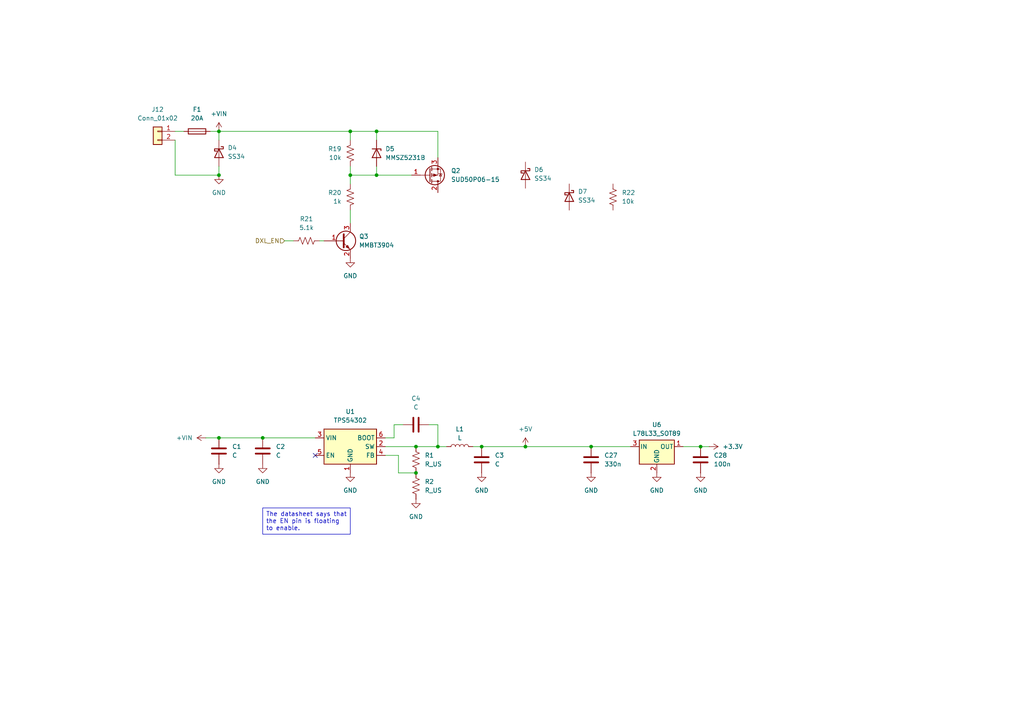
<source format=kicad_sch>
(kicad_sch (version 20231120) (generator "eeschema") (generator_version "8.0")
  (paper "A4")
  (lib_symbols
    (symbol "Connector_Generic:Conn_01x02" (pin_names (offset 1.016) hide)
      (property "Reference" "J" (at 0 2.54 0))
      (property "Value" "Conn_01x02" (at 0 -5.08 0))
      (symbol "Conn_01x02_1_1"
        (rectangle (start -1.27 -2.413) (end 0 -2.667) (stroke (width 0.1524)))
        (rectangle (start -1.27 0.127) (end 0 -0.127) (stroke (width 0.1524)))
        (rectangle (start -1.27 1.27) (end 1.27 -3.81) (stroke (width 0.254)) (fill (type background)))
        (pin passive line (at -5.08 0 0) (length 3.81) (name "Pin_1") (number "1"))
        (pin passive line (at -5.08 -2.54 0) (length 3.81) (name "Pin_2") (number "2"))
      )
    )
    (symbol "Device:C" (pin_numbers hide) (pin_names (offset 0.254))
      (property "Reference" "C" (at 0.635 2.54 0))
      (property "Value" "C" (at 0.635 -2.54 0))
      (symbol "C_0_1"
        (polyline (pts (xy -2.032 -0.762) (xy 2.032 -0.762)) (stroke (width 0.508)))
        (polyline (pts (xy -2.032 0.762) (xy 2.032 0.762)) (stroke (width 0.508)))
      )
      (symbol "C_1_1"
        (pin passive line (at 0 3.81 270) (length 2.794) (name "~") (number "1"))
        (pin passive line (at 0 -3.81 90) (length 2.794) (name "~") (number "2"))
      )
    )
    (symbol "Device:D_Zener" (pin_numbers hide) (pin_names (offset 1.016) hide)
      (property "Reference" "D" (at 0 2.54 0))
      (property "Value" "D_Zener" (at 0 -2.54 0))
      (symbol "D_Zener_0_1"
        (polyline (pts (xy 1.27 0) (xy -1.27 0)))
        (polyline (pts (xy -1.27 -1.27) (xy -1.27 1.27) (xy -0.762 1.27)) (stroke (width 0.254)))
        (polyline (pts (xy 1.27 -1.27) (xy 1.27 1.27) (xy -1.27 0) (xy 1.27 -1.27)) (stroke (width 0.254)))
      )
      (symbol "D_Zener_1_1"
        (pin passive line (at -3.81 0 0) (length 2.54) (name "K") (number "1"))
        (pin passive line (at 3.81 0 180) (length 2.54) (name "A") (number "2"))
      )
    )
    (symbol "Device:Fuse" (pin_numbers hide) (pin_names (offset 0))
      (property "Reference" "F" (at 2.032 0 90))
      (property "Value" "Fuse" (at -1.905 0 90))
      (symbol "Fuse_0_1"
        (rectangle (start -0.762 -2.54) (end 0.762 2.54) (stroke (width 0.254)))
        (polyline (pts (xy 0 2.54) (xy 0 -2.54)))
      )
      (symbol "Fuse_1_1"
        (pin passive line (at 0 3.81 270) (length 1.27) (name "~") (number "1"))
        (pin passive line (at 0 -3.81 90) (length 1.27) (name "~") (number "2"))
      )
    )
    (symbol "Device:L" (pin_numbers hide) (pin_names (offset 1.016) hide)
      (property "Reference" "L" (at -1.27 0 90))
      (property "Value" "L" (at 1.905 0 90))
      (symbol "L_0_1"
        (arc (start 0 -2.54) (mid 0.6323 -1.905) (end 0 -1.27))
        (arc (start 0 -1.27) (mid 0.6323 -0.635) (end 0 0))
        (arc (start 0 0) (mid 0.6323 0.635) (end 0 1.27))
        (arc (start 0 1.27) (mid 0.6323 1.905) (end 0 2.54))
      )
      (symbol "L_1_1"
        (pin passive line (at 0 3.81 270) (length 1.27) (name "1") (number "1"))
        (pin passive line (at 0 -3.81 90) (length 1.27) (name "2") (number "2"))
      )
    )
    (symbol "Device:R_US" (pin_numbers hide) (pin_names (offset 0))
      (property "Reference" "R" (at 2.54 0 90))
      (property "Value" "R_US" (at -2.54 0 90))
      (symbol "R_US_0_1"
        (polyline (pts (xy 0 -2.286) (xy 0 -2.54)))
        (polyline (pts (xy 0 2.286) (xy 0 2.54)))
        (polyline (pts (xy 0 -0.762) (xy 1.016 -1.143) (xy 0 -1.524) (xy -1.016 -1.905) (xy 0 -2.286)))
        (polyline (pts (xy 0 0.762) (xy 1.016 0.381) (xy 0 0) (xy -1.016 -0.381) (xy 0 -0.762)))
        (polyline (pts (xy 0 2.286) (xy 1.016 1.905) (xy 0 1.524) (xy -1.016 1.143) (xy 0 0.762)))
      )
      (symbol "R_US_1_1"
        (pin passive line (at 0 3.81 270) (length 1.27) (name "~") (number "1"))
        (pin passive line (at 0 -3.81 90) (length 1.27) (name "~") (number "2"))
      )
    )
    (symbol "Diode:SS34" (pin_numbers hide) (pin_names (offset 1.016) hide)
      (property "Reference" "D" (at 0 2.54 0))
      (property "Value" "SS34" (at 0 -2.54 0))
      (symbol "SS34_0_1"
        (polyline (pts (xy 1.27 0) (xy -1.27 0)))
        (polyline (pts (xy 1.27 1.27) (xy 1.27 -1.27) (xy -1.27 0) (xy 1.27 1.27)) (stroke (width 0.254)))
        (polyline (pts (xy -1.905 0.635) (xy -1.905 1.27) (xy -1.27 1.27) (xy -1.27 -1.27) (xy -0.635 -1.27) (xy -0.635 -0.635)) (stroke (width 0.254)))
      )
      (symbol "SS34_1_1"
        (pin passive line (at -3.81 0 0) (length 2.54) (name "K") (number "1"))
        (pin passive line (at 3.81 0 180) (length 2.54) (name "A") (number "2"))
      )
    )
    (symbol "Regulator_Linear:L78L33_SOT89" (pin_names (offset 0.254))
      (property "Reference" "U" (at -3.81 3.175 0))
      (property "Value" "L78L33_SOT89" (at -0.635 3.175 0))
      (symbol "L78L33_SOT89_0_1"
        (rectangle (start -5.08 1.905) (end 5.08 -5.08) (stroke (width 0.254)) (fill (type background)))
      )
      (symbol "L78L33_SOT89_1_1"
        (pin power_out line (at 7.62 0 180) (length 2.54) (name "OUT") (number "1"))
        (pin power_in line (at 0 -7.62 90) (length 2.54) (name "GND") (number "2"))
        (pin power_in line (at -7.62 0 0) (length 2.54) (name "IN") (number "3"))
      )
    )
    (symbol "Regulator_Switching:TPS54302"
      (property "Reference" "U" (at -7.62 6.35 0))
      (property "Value" "TPS54302" (at 0 6.35 0))
      (symbol "TPS54302_0_1"
        (rectangle (start -7.62 5.08) (end 7.62 -5.08) (stroke (width 0.254)) (fill (type background)))
      )
      (symbol "TPS54302_1_1"
        (pin power_in line (at 0 -7.62 90) (length 2.54) (name "GND") (number "1"))
        (pin power_out line (at 10.16 0 180) (length 2.54) (name "SW") (number "2"))
        (pin power_in line (at -10.16 2.54 0) (length 2.54) (name "VIN") (number "3"))
        (pin input line (at 10.16 -2.54 180) (length 2.54) (name "FB") (number "4"))
        (pin input line (at -10.16 -2.54 0) (length 2.54) (name "EN") (number "5"))
        (pin passive line (at 10.16 2.54 180) (length 2.54) (name "BOOT") (number "6"))
      )
    )
    (symbol "Transistor_BJT:MMBT3904" (pin_names (offset 0) hide)
      (property "Reference" "Q" (at 5.08 1.905 0))
      (property "Value" "MMBT3904" (at 5.08 0 0))
      (symbol "MMBT3904_0_1"
        (polyline (pts (xy 0.635 0.635) (xy 2.54 2.54)))
        (polyline (pts (xy 0.635 -0.635) (xy 2.54 -2.54) (xy 2.54 -2.54)))
        (polyline (pts (xy 0.635 1.905) (xy 0.635 -1.905) (xy 0.635 -1.905)) (stroke (width 0.508)))
        (polyline (pts (xy 1.27 -1.778) (xy 1.778 -1.27) (xy 2.286 -2.286) (xy 1.27 -1.778) (xy 1.27 -1.778)) (fill (type outline)))
        (circle (center 1.27 0) (radius 2.8194) (stroke (width 0.254)))
      )
      (symbol "MMBT3904_1_1"
        (pin input line (at -5.08 0 0) (length 5.715) (name "B") (number "1"))
        (pin passive line (at 2.54 -5.08 90) (length 2.54) (name "E") (number "2"))
        (pin passive line (at 2.54 5.08 270) (length 2.54) (name "C") (number "3"))
      )
    )
    (symbol "Transistor_FET:SUD50P06-15" (pin_names hide)
      (property "Reference" "Q" (at 4.953 1.905 0))
      (property "Value" "SUD50P06-15" (at 4.953 0 0))
      (symbol "SUD50P06-15_0_1"
        (polyline (pts (xy 0.254 0) (xy -2.54 0)))
        (polyline (pts (xy 0.254 1.905) (xy 0.254 -1.905)) (stroke (width 0.254)))
        (polyline (pts (xy 0.762 -1.27) (xy 0.762 -2.286)) (stroke (width 0.254)))
        (polyline (pts (xy 0.762 0.508) (xy 0.762 -0.508)) (stroke (width 0.254)))
        (polyline (pts (xy 0.762 2.286) (xy 0.762 1.27)) (stroke (width 0.254)))
        (polyline (pts (xy 2.54 2.54) (xy 2.54 1.778)))
        (polyline (pts (xy 2.54 -2.54) (xy 2.54 0) (xy 0.762 0)))
        (polyline (pts (xy 0.762 1.778) (xy 3.302 1.778) (xy 3.302 -1.778) (xy 0.762 -1.778)))
        (polyline (pts (xy 2.286 0) (xy 1.27 0.381) (xy 1.27 -0.381) (xy 2.286 0)) (fill (type outline)))
        (polyline (pts (xy 2.794 -0.508) (xy 2.921 -0.381) (xy 3.683 -0.381) (xy 3.81 -0.254)))
        (polyline (pts (xy 3.302 -0.381) (xy 2.921 0.254) (xy 3.683 0.254) (xy 3.302 -0.381)))
        (circle (center 1.651 0) (radius 2.794) (stroke (width 0.254)))
        (circle (center 2.54 -1.778) (radius 0.254) (fill (type outline)))
        (circle (center 2.54 1.778) (radius 0.254) (fill (type outline)))
      )
      (symbol "SUD50P06-15_1_1"
        (pin input line (at -5.08 0 0) (length 2.54) (name "G") (number "1"))
        (pin passive line (at 2.54 5.08 270) (length 2.54) (name "D") (number "2"))
        (pin passive line (at 2.54 -5.08 90) (length 2.54) (name "S") (number "3"))
      )
    )
    (symbol "power:+3.3V" (power) (pin_numbers hide) (pin_names (offset 0) hide)
      (property "Value" "+3.3V" (at 0 3.556 0))
      (symbol "+3.3V_0_1"
        (polyline (pts (xy -0.762 1.27) (xy 0 2.54)))
        (polyline (pts (xy 0 0) (xy 0 2.54)))
        (polyline (pts (xy 0 2.54) (xy 0.762 1.27)))
      )
      (symbol "+3.3V_1_1"
        (pin power_in line (at 0 0 90) (length 0) (name "~") (number "1"))
      )
    )
    (symbol "power:+BATT" (power) (pin_numbers hide) (pin_names (offset 0) hide)
      (property "Value" "+BATT" (at 0 3.556 0))
      (symbol "+BATT_0_1"
        (polyline (pts (xy -0.762 1.27) (xy 0 2.54)))
        (polyline (pts (xy 0 0) (xy 0 2.54)))
        (polyline (pts (xy 0 2.54) (xy 0.762 1.27)))
      )
      (symbol "+BATT_1_1"
        (pin power_in line (at 0 0 90) (length 0) (name "~") (number "1"))
      )
    )
    (symbol "power:GND" (power) (pin_numbers hide) (pin_names (offset 0) hide)
      (property "Value" "GND" (at 0 -3.81 0))
      (symbol "GND_0_1"
        (polyline (pts (xy 0 0) (xy 0 -1.27) (xy 1.27 -1.27) (xy 0 -2.54) (xy -1.27 -1.27) (xy 0 -1.27)))
      )
      (symbol "GND_1_1"
        (pin power_in line (at 0 0 270) (length 0) (name "~") (number "1"))
      )
    )
  )
  (junction (at 101.6 50.8))
  (junction (at 171.45 129.54))
  (junction (at 127 129.54))
  (junction (at 139.7 129.54))
  (junction (at 152.4 129.54))
  (junction (at 63.5 127))
  (junction (at 120.65 129.54))
  (junction (at 101.6 38.1))
  (junction (at 76.2 127))
  (junction (at 109.22 50.8))
  (junction (at 63.5 50.8))
  (junction (at 203.2 129.54))
  (junction (at 109.22 38.1))
  (junction (at 120.65 137.16))
  (junction (at 63.5 38.1))
  (no_connect (at 91.44 132.08))
  (wire (pts (xy 114.3 127) (xy 111.76 127)))
  (wire (pts (xy 120.65 129.54) (xy 127 129.54)))
  (wire (pts (xy 198.12 129.54) (xy 203.2 129.54)))
  (wire (pts (xy 50.8 40.64) (xy 50.8 50.8)))
  (wire (pts (xy 109.22 50.8) (xy 119.38 50.8)))
  (wire (pts (xy 171.45 129.54) (xy 182.88 129.54)))
  (wire (pts (xy 76.2 127) (xy 91.44 127)))
  (wire (pts (xy 101.6 38.1) (xy 63.5 38.1)))
  (wire (pts (xy 137.16 129.54) (xy 139.7 129.54)))
  (wire (pts (xy 127 123.19) (xy 127 129.54)))
  (wire (pts (xy 50.8 38.1) (xy 53.34 38.1)))
  (wire (pts (xy 114.3 123.19) (xy 114.3 127)))
  (wire (pts (xy 111.76 132.08) (xy 115.57 132.08)))
  (wire (pts (xy 109.22 48.26) (xy 109.22 50.8)))
  (wire (pts (xy 50.8 50.8) (xy 63.5 50.8)))
  (wire (pts (xy 101.6 50.8) (xy 101.6 53.34)))
  (wire (pts (xy 82.55 69.85) (xy 85.09 69.85)))
  (wire (pts (xy 109.22 38.1) (xy 109.22 40.64)))
  (wire (pts (xy 101.6 38.1) (xy 101.6 40.64)))
  (wire (pts (xy 101.6 60.96) (xy 101.6 64.77)))
  (wire (pts (xy 59.69 127) (xy 63.5 127)))
  (wire (pts (xy 63.5 127) (xy 76.2 127)))
  (wire (pts (xy 111.76 129.54) (xy 120.65 129.54)))
  (wire (pts (xy 127 45.72) (xy 127 38.1)))
  (wire (pts (xy 63.5 50.8) (xy 63.5 48.26)))
  (wire (pts (xy 152.4 129.54) (xy 171.45 129.54)))
  (wire (pts (xy 116.84 123.19) (xy 114.3 123.19)))
  (wire (pts (xy 127 129.54) (xy 129.54 129.54)))
  (wire (pts (xy 127 38.1) (xy 109.22 38.1)))
  (wire (pts (xy 60.96 38.1) (xy 63.5 38.1)))
  (wire (pts (xy 101.6 50.8) (xy 109.22 50.8)))
  (wire (pts (xy 124.46 123.19) (xy 127 123.19)))
  (wire (pts (xy 92.71 69.85) (xy 93.98 69.85)))
  (wire (pts (xy 115.57 132.08) (xy 115.57 137.16)))
  (wire (pts (xy 203.2 129.54) (xy 205.74 129.54)))
  (wire (pts (xy 63.5 40.64) (xy 63.5 38.1)))
  (wire (pts (xy 115.57 137.16) (xy 120.65 137.16)))
  (wire (pts (xy 101.6 48.26) (xy 101.6 50.8)))
  (wire (pts (xy 139.7 129.54) (xy 152.4 129.54)))
  (wire (pts (xy 109.22 38.1) (xy 101.6 38.1)))
  (text_box "The datasheet says that the EN pin is floating to enable." (at 76.2 147.32 0) (size 25.4 7.62) (effects (font (size 1.27 1.27)) (justify left top)))
  (hierarchical_label "DXL_EN" (shape input) (at 82.55 69.85 180))
  (symbol (lib_id "Device:R_US") (at 120.65 133.35 0) (unit 1)
    (property "Reference" "R1" (at 123.19 132.0799 0) (effects (justify left)))
    (property "Value" "R_US" (at 123.19 134.6199 0) (effects (justify left)))
    (property "Description" "Resistor, US symbol" (effects (hide yes)))
  )
  (symbol (lib_id "Device:C") (at 171.45 133.35 0) (unit 1)
    (property "Reference" "C27" (at 175.26 132.0799 0) (effects (justify left)))
    (property "Value" "330n" (at 175.26 134.6199 0) (effects (justify left)))
    (property "Footprint" "Capacitor_SMD:C_0805_2012Metric" (effects (hide yes)))
    (property "Description" "Unpolarized capacitor" (effects (hide yes)))
  )
  (symbol (lib_id "Device:R_US") (at 101.6 57.15 0) (mirror y) (unit 1)
    (property "Reference" "R20" (at 99.06 55.8799 0) (effects (justify left)))
    (property "Value" "1k" (at 99.06 58.4199 0) (effects (justify left)))
    (property "Footprint" "Resistor_SMD:R_0603_1608Metric" (effects (hide yes)))
    (property "Description" "Resistor, US symbol" (effects (hide yes)))
  )
  (symbol (lib_id "Device:R_US") (at 120.65 140.97 0) (unit 1)
    (property "Reference" "R2" (at 123.19 139.6999 0) (effects (justify left)))
    (property "Value" "R_US" (at 123.19 142.2399 0) (effects (justify left)))
    (property "Description" "Resistor, US symbol" (effects (hide yes)))
  )
  (symbol (lib_id "Connector_Generic:Conn_01x02") (at 45.72 38.1 0) (mirror y) (unit 1)
    (property "Reference" "J12" (at 45.72 31.75 0))
    (property "Value" "Conn_01x02" (at 45.72 34.29 0))
    (property "Footprint" "Connector_AMASS:AMASS_XT60-M_1x02_P7.20mm_Vertical" (effects (hide yes)))
    (property "Description" "Generic connector, single row, 01x02, script generated (kicad-library-utils/schlib/autogen/connector/)" (effects (hide yes)))
  )
  (symbol (lib_id "Transistor_BJT:MMBT3904") (at 99.06 69.85 0) (unit 1)
    (property "Reference" "Q3" (at 104.14 68.5799 0) (effects (justify left)))
    (property "Value" "MMBT3904" (at 104.14 71.1199 0) (effects (justify left)))
    (property "Footprint" "Package_TO_SOT_SMD:SOT-23" (effects (hide yes)))
    (property "Datasheet" "https://www.onsemi.com/pdf/datasheet/pzt3904-d.pdf" (effects (hide yes)))
    (property "Description" "0.2A Ic, 40V Vce, Small Signal NPN Transistor, SOT-23" (effects (hide yes)))
  )
  (symbol (lib_id "Device:R_US") (at 88.9 69.85 90) (unit 1)
    (property "Reference" "R21" (at 88.9 63.5 90))
    (property "Value" "5.1k" (at 88.9 66.04 90))
    (property "Description" "Resistor, US symbol" (effects (hide yes)))
  )
  (symbol (lib_id "Device:L") (at 133.35 129.54 90) (unit 1)
    (property "Reference" "L1" (at 133.35 124.46 90))
    (property "Value" "L" (at 133.35 127 90))
    (property "Description" "Inductor" (effects (hide yes)))
  )
  (symbol (lib_id "Regulator_Switching:TPS54302") (at 101.6 129.54 0) (unit 1)
    (property "Reference" "U1" (at 101.6 119.38 0))
    (property "Value" "TPS54302" (at 101.6 121.92 0))
    (property "Footprint" "Package_TO_SOT_SMD:SOT-23-6" (effects (hide yes)))
    (property "Datasheet" "http://www.ti.com/lit/ds/symlink/tps54302.pdf" (effects (hide yes)))
    (property "Description" "3A, 4.5 to 28V Input, EMI Friendly integrated switch synchronous step-down regulator, pulse-skipping, SOT-23-6" (effects (hide yes)))
  )
  (symbol (lib_id "power:GND") (at 139.7 137.16 0) (unit 1)
    (property "Reference" "#PWR02" (effects (hide yes)))
    (property "Value" "GND" (at 139.7 142.24 0))
    (property "Description" "Power symbol creates a global label with name \"GND\" , ground" (effects (hide yes)))
  )
  (symbol (lib_id "Diode:SS34") (at 63.5 44.45 270) (unit 1)
    (property "Reference" "D4" (at 66.04 42.8624 90) (effects (justify left)))
    (property "Value" "SS34" (at 66.04 45.4024 90) (effects (justify left)))
    (property "Footprint" "Diode_SMD:D_SMA" (effects (hide yes)))
    (property "Datasheet" "https://www.vishay.com/docs/88751/ss32.pdf" (effects (hide yes)))
    (property "Description" "40V 3A Schottky Diode, SMA" (effects (hide yes)))
  )
  (symbol (lib_id "power:GND") (at 203.2 137.16 0) (unit 1)
    (property "Reference" "#PWR051" (effects (hide yes)))
    (property "Value" "GND" (at 203.2 142.24 0))
    (property "Description" "Power symbol creates a global label with name \"GND\" , ground" (effects (hide yes)))
  )
  (symbol (lib_id "power:+3.3V") (at 152.4 129.54 0) (unit 1)
    (property "Reference" "#PWR012" (effects (hide yes)))
    (property "Value" "+5V" (at 152.4 124.46 0))
    (property "Description" "Power symbol creates a global label with name \"+3.3V\"" (effects (hide yes)))
  )
  (symbol (lib_id "Device:R_US") (at 177.8 57.15 0) (unit 1)
    (property "Reference" "R22" (at 180.34 55.8799 0) (effects (justify left)))
    (property "Value" "10k" (at 180.34 58.4199 0) (effects (justify left)))
    (property "Footprint" "Resistor_SMD:R_0603_1608Metric" (effects (hide yes)))
    (property "Description" "Resistor, US symbol" (effects (hide yes)))
  )
  (symbol (lib_id "power:GND") (at 63.5 50.8 0) (unit 1)
    (property "Reference" "#PWR058" (effects (hide yes)))
    (property "Value" "GND" (at 63.5 55.88 0))
    (property "Description" "Power symbol creates a global label with name \"GND\" , ground" (effects (hide yes)))
  )
  (symbol (lib_id "Diode:SS34") (at 152.4 50.8 270) (unit 1)
    (property "Reference" "D6" (at 154.94 49.2124 90) (effects (justify left)))
    (property "Value" "SS34" (at 154.94 51.7524 90) (effects (justify left)))
    (property "Footprint" "Diode_SMD:D_SMA" (effects (hide yes)))
    (property "Datasheet" "https://www.vishay.com/docs/88751/ss32.pdf" (effects (hide yes)))
    (property "Description" "40V 3A Schottky Diode, SMA" (effects (hide yes)))
  )
  (symbol (lib_id "Device:D_Zener") (at 109.22 44.45 270) (unit 1)
    (property "Reference" "D5" (at 111.76 43.1799 90) (effects (justify left)))
    (property "Value" "MMSZ5231B" (at 111.76 45.7199 90) (effects (justify left)))
    (property "Footprint" "Diode_SMD:D_SOD-123" (effects (hide yes)))
    (property "Description" "Zener diode" (effects (hide yes)))
  )
  (symbol (lib_id "Device:C") (at 120.65 123.19 90) (unit 1)
    (property "Reference" "C4" (at 120.65 115.57 90))
    (property "Value" "C" (at 120.65 118.11 90))
    (property "Description" "Unpolarized capacitor" (effects (hide yes)))
  )
  (symbol (lib_id "power:GND") (at 171.45 137.16 0) (unit 1)
    (property "Reference" "#PWR050" (effects (hide yes)))
    (property "Value" "GND" (at 171.45 142.24 0))
    (property "Description" "Power symbol creates a global label with name \"GND\" , ground" (effects (hide yes)))
  )
  (symbol (lib_id "power:GND") (at 190.5 137.16 0) (unit 1)
    (property "Reference" "#PWR052" (effects (hide yes)))
    (property "Value" "GND" (at 190.5 142.24 0))
    (property "Description" "Power symbol creates a global label with name \"GND\" , ground" (effects (hide yes)))
  )
  (symbol (lib_id "Device:C") (at 139.7 133.35 0) (unit 1)
    (property "Reference" "C3" (at 143.51 132.0799 0) (effects (justify left)))
    (property "Value" "C" (at 143.51 134.6199 0) (effects (justify left)))
    (property "Description" "Unpolarized capacitor" (effects (hide yes)))
  )
  (symbol (lib_id "Device:R_US") (at 101.6 44.45 0) (mirror y) (unit 1)
    (property "Reference" "R19" (at 99.06 43.1799 0) (effects (justify left)))
    (property "Value" "10k" (at 99.06 45.7199 0) (effects (justify left)))
    (property "Footprint" "Resistor_SMD:R_0603_1608Metric" (effects (hide yes)))
    (property "Description" "Resistor, US symbol" (effects (hide yes)))
  )
  (symbol (lib_id "power:GND") (at 101.6 74.93 0) (unit 1)
    (property "Reference" "#PWR060" (effects (hide yes)))
    (property "Value" "GND" (at 101.6 80.01 0))
    (property "Description" "Power symbol creates a global label with name \"GND\" , ground" (effects (hide yes)))
  )
  (symbol (lib_id "Device:C") (at 203.2 133.35 0) (unit 1)
    (property "Reference" "C28" (at 207.01 132.0799 0) (effects (justify left)))
    (property "Value" "100n" (at 207.01 134.6199 0) (effects (justify left)))
    (property "Footprint" "Capacitor_SMD:C_0805_2012Metric" (effects (hide yes)))
    (property "Description" "Unpolarized capacitor" (effects (hide yes)))
  )
  (symbol (lib_id "Diode:SS34") (at 165.1 57.15 270) (unit 1)
    (property "Reference" "D7" (at 167.64 55.5624 90) (effects (justify left)))
    (property "Value" "SS34" (at 167.64 58.1024 90) (effects (justify left)))
    (property "Footprint" "Diode_SMD:D_SMA" (effects (hide yes)))
    (property "Datasheet" "https://www.vishay.com/docs/88751/ss32.pdf" (effects (hide yes)))
    (property "Description" "40V 3A Schottky Diode, SMA" (effects (hide yes)))
  )
  (symbol (lib_id "power:GND") (at 63.5 134.62 0) (unit 1)
    (property "Reference" "#PWR03" (effects (hide yes)))
    (property "Value" "GND" (at 63.5 139.7 0))
    (property "Description" "Power symbol creates a global label with name \"GND\" , ground" (effects (hide yes)))
  )
  (symbol (lib_id "power:+3.3V") (at 205.74 129.54 270) (unit 1)
    (property "Reference" "#PWR05" (effects (hide yes)))
    (property "Value" "+3.3V" (at 209.55 129.5399 90) (effects (justify left)))
    (property "Description" "Power symbol creates a global label with name \"+3.3V\"" (effects (hide yes)))
  )
  (symbol (lib_id "Device:C") (at 76.2 130.81 0) (unit 1)
    (property "Reference" "C2" (at 80.01 129.5399 0) (effects (justify left)))
    (property "Value" "C" (at 80.01 132.0799 0) (effects (justify left)))
    (property "Description" "Unpolarized capacitor" (effects (hide yes)))
  )
  (symbol (lib_id "power:GND") (at 76.2 134.62 0) (unit 1)
    (property "Reference" "#PWR04" (effects (hide yes)))
    (property "Value" "GND" (at 76.2 139.7 0))
    (property "Description" "Power symbol creates a global label with name \"GND\" , ground" (effects (hide yes)))
  )
  (symbol (lib_id "power:GND") (at 101.6 137.16 0) (unit 1)
    (property "Reference" "#PWR06" (effects (hide yes)))
    (property "Value" "GND" (at 101.6 142.24 0))
    (property "Description" "Power symbol creates a global label with name \"GND\" , ground" (effects (hide yes)))
  )
  (symbol (lib_id "Device:Fuse") (at 57.15 38.1 90) (unit 1)
    (property "Reference" "F1" (at 57.15 31.75 90))
    (property "Value" "20A" (at 57.15 34.29 90))
    (property "Footprint" "Fuse:Fuseholder_Clip-5x20mm_Littelfuse_111_Inline_P20.00x5.00mm_D1.05mm_Horizontal" (effects (hide yes)))
    (property "Description" "Fuse" (effects (hide yes)))
  )
  (symbol (lib_id "power:+BATT") (at 59.69 127 90) (unit 1)
    (property "Reference" "#PWR059" (effects (hide yes)))
    (property "Value" "+VIN" (at 55.88 126.9999 90) (effects (justify left)))
    (property "Description" "Power symbol creates a global label with name \"+BATT\"" (effects (hide yes)))
  )
  (symbol (lib_id "power:+BATT") (at 63.5 38.1 0) (unit 1)
    (property "Reference" "#PWR057" (effects (hide yes)))
    (property "Value" "+VIN" (at 63.5 33.02 0))
    (property "Description" "Power symbol creates a global label with name \"+BATT\"" (effects (hide yes)))
  )
  (symbol (lib_id "Transistor_FET:SUD50P06-15") (at 124.46 50.8 0) (mirror x) (unit 1)
    (property "Reference" "Q2" (at 130.81 49.5299 0) (effects (justify left)))
    (property "Value" "SUD50P06-15" (at 130.81 52.0699 0) (effects (justify left)))
    (property "Footprint" "Package_TO_SOT_SMD:TO-252-2" (effects (hide yes)))
    (property "Datasheet" "https://www.vishay.com/docs/68940/sud50p06-15.pdf" (effects (hide yes)))
    (property "Description" "-50A Id, -60V Vds, TrenchFET P-Channel Power MOSFET, 15mOhm Ron, 165nC Qg, -55 to 150 °C, TO-252-2" (effects (hide yes)))
  )
  (symbol (lib_id "power:GND") (at 120.65 144.78 0) (unit 1)
    (property "Reference" "#PWR01" (effects (hide yes)))
    (property "Value" "GND" (at 120.65 149.86 0))
    (property "Description" "Power symbol creates a global label with name \"GND\" , ground" (effects (hide yes)))
  )
  (symbol (lib_id "Regulator_Linear:L78L33_SOT89") (at 190.5 129.54 0) (unit 1)
    (property "Reference" "U6" (at 190.5 123.19 0))
    (property "Value" "L78L33_SOT89" (at 190.5 125.73 0))
    (property "Footprint" "Package_TO_SOT_SMD:SOT-89-3" (effects (hide yes)))
    (property "Datasheet" "http://www.st.com/content/ccc/resource/technical/document/datasheet/15/55/e5/aa/23/5b/43/fd/CD00000446.pdf/files/CD00000446.pdf/jcr:content/translations/en.CD00000446.pdf" (effects (hide yes)))
    (property "Description" "Positive 100mA 30V Linear Regulator, Fixed Output 3.3V, SOT-89" (effects (hide yes)))
  )
  (symbol (lib_id "Device:C") (at 63.5 130.81 0) (unit 1)
    (property "Reference" "C1" (at 67.31 129.5399 0) (effects (justify left)))
    (property "Value" "C" (at 67.31 132.0799 0) (effects (justify left)))
    (property "Description" "Unpolarized capacitor" (effects (hide yes)))
  )
)
</source>
